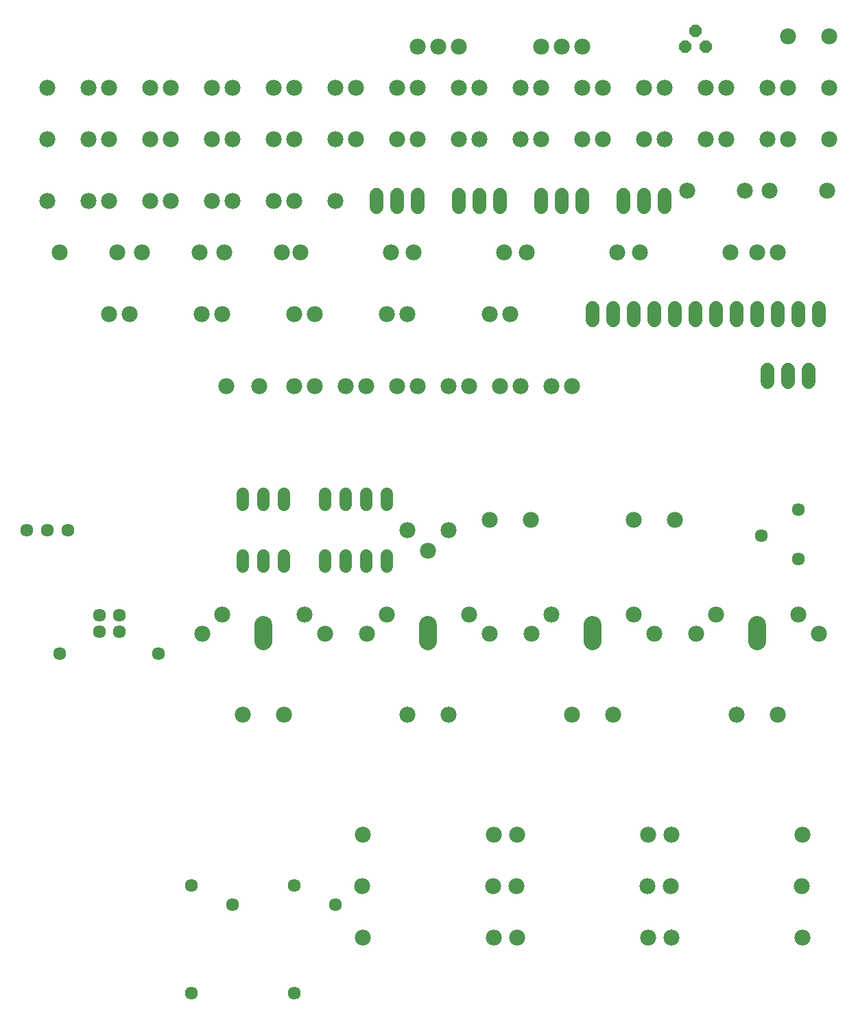
<source format=gbs>
G75*
%MOIN*%
%OFA0B0*%
%FSLAX25Y25*%
%IPPOS*%
%LPD*%
%AMOC8*
5,1,8,0,0,1.08239X$1,22.5*
%
%ADD10C,0.07800*%
%ADD11C,0.06343*%
%ADD12C,0.08600*%
%ADD13C,0.06800*%
%ADD14OC8,0.06000*%
%ADD15C,0.06000*%
D10*
X0173848Y0078126D03*
X0174045Y0103126D03*
X0237825Y0103126D03*
X0249045Y0103126D03*
X0248848Y0078126D03*
X0237628Y0078126D03*
X0237825Y0053126D03*
X0249045Y0053126D03*
X0312825Y0053126D03*
X0324045Y0053126D03*
X0323848Y0078126D03*
X0312628Y0078126D03*
X0312825Y0103126D03*
X0324045Y0103126D03*
X0387825Y0103126D03*
X0387628Y0078126D03*
X0387825Y0053126D03*
X0174045Y0053126D03*
X0195935Y0161315D03*
X0215935Y0161315D03*
X0275935Y0161315D03*
X0295935Y0161315D03*
X0355935Y0161315D03*
X0375935Y0161315D03*
X0395935Y0200528D03*
X0385935Y0210134D03*
X0345935Y0210134D03*
X0336329Y0200528D03*
X0315935Y0200528D03*
X0305935Y0210134D03*
X0265935Y0210134D03*
X0256329Y0200528D03*
X0235935Y0200528D03*
X0225935Y0210134D03*
X0185935Y0210134D03*
X0176329Y0200528D03*
X0155935Y0200528D03*
X0145935Y0210134D03*
X0105935Y0210134D03*
X0096329Y0200528D03*
X0115935Y0161315D03*
X0135935Y0161315D03*
X0205935Y0241000D03*
X0195935Y0251000D03*
X0215935Y0251000D03*
X0235935Y0256000D03*
X0255935Y0256000D03*
X0305935Y0256000D03*
X0325935Y0256000D03*
X0275935Y0321000D03*
X0265935Y0321000D03*
X0250935Y0321000D03*
X0240935Y0321000D03*
X0225935Y0321000D03*
X0215935Y0321000D03*
X0200935Y0321000D03*
X0190935Y0321000D03*
X0175935Y0321000D03*
X0165935Y0321000D03*
X0150935Y0321000D03*
X0140935Y0321000D03*
X0123935Y0321000D03*
X0107935Y0321000D03*
X0105935Y0356000D03*
X0095935Y0356000D03*
X0060935Y0356000D03*
X0050935Y0356000D03*
X0054935Y0386000D03*
X0066935Y0386000D03*
X0094935Y0386000D03*
X0106935Y0386000D03*
X0134935Y0386000D03*
X0143935Y0386000D03*
X0187935Y0386000D03*
X0198935Y0386000D03*
X0242935Y0386000D03*
X0253935Y0386000D03*
X0297935Y0386000D03*
X0308935Y0386000D03*
X0352935Y0386000D03*
X0365935Y0386000D03*
X0375935Y0386000D03*
X0371935Y0416000D03*
X0359935Y0416000D03*
X0331935Y0416000D03*
X0340935Y0441000D03*
X0350935Y0441000D03*
X0370935Y0441000D03*
X0380935Y0441000D03*
X0400935Y0441000D03*
X0400935Y0466000D03*
X0380935Y0466000D03*
X0370935Y0466000D03*
X0350935Y0466000D03*
X0340935Y0466000D03*
X0320935Y0466000D03*
X0310935Y0466000D03*
X0290935Y0466000D03*
X0280935Y0466000D03*
X0260935Y0466000D03*
X0250935Y0466000D03*
X0230935Y0466000D03*
X0220935Y0466000D03*
X0200935Y0466000D03*
X0190935Y0466000D03*
X0170935Y0466000D03*
X0160935Y0466000D03*
X0140935Y0466000D03*
X0130935Y0466000D03*
X0110935Y0466000D03*
X0100935Y0466000D03*
X0080935Y0466000D03*
X0070935Y0466000D03*
X0050935Y0466000D03*
X0040935Y0466000D03*
X0020935Y0466000D03*
X0020935Y0441000D03*
X0040935Y0441000D03*
X0050935Y0441000D03*
X0070935Y0441000D03*
X0080935Y0441000D03*
X0100935Y0441000D03*
X0110935Y0441000D03*
X0130935Y0441000D03*
X0140935Y0441000D03*
X0160935Y0441000D03*
X0170935Y0441000D03*
X0190935Y0441000D03*
X0200935Y0441000D03*
X0220935Y0441000D03*
X0230935Y0441000D03*
X0250935Y0441000D03*
X0260935Y0441000D03*
X0280935Y0441000D03*
X0290935Y0441000D03*
X0310935Y0441000D03*
X0320935Y0441000D03*
X0399935Y0416000D03*
X0280935Y0486000D03*
X0270935Y0486000D03*
X0260935Y0486000D03*
X0220935Y0486000D03*
X0210935Y0486000D03*
X0200935Y0486000D03*
X0160935Y0411000D03*
X0140935Y0411000D03*
X0130935Y0411000D03*
X0110935Y0411000D03*
X0100935Y0411000D03*
X0080935Y0411000D03*
X0070935Y0411000D03*
X0050935Y0411000D03*
X0040935Y0411000D03*
X0020935Y0411000D03*
X0026935Y0386000D03*
X0140935Y0356000D03*
X0150935Y0356000D03*
X0185935Y0356000D03*
X0195935Y0356000D03*
X0235935Y0356000D03*
X0245935Y0356000D03*
X0380935Y0491000D03*
X0400935Y0491000D03*
D11*
X0090935Y0026000D03*
X0140935Y0026000D03*
X0160935Y0069000D03*
X0140935Y0078400D03*
X0110935Y0069000D03*
X0090935Y0078400D03*
X0074935Y0191000D03*
X0055856Y0201669D03*
X0055856Y0209543D03*
X0046014Y0209543D03*
X0046014Y0201669D03*
X0026935Y0191000D03*
X0030935Y0251000D03*
X0020935Y0251000D03*
X0010935Y0251000D03*
X0367825Y0248236D03*
X0385935Y0237000D03*
X0385935Y0261000D03*
D12*
X0365935Y0204821D02*
X0365935Y0197021D01*
X0285935Y0197021D02*
X0285935Y0204821D01*
X0205935Y0204821D02*
X0205935Y0197021D01*
X0125935Y0197021D02*
X0125935Y0204821D01*
D13*
X0370935Y0323000D02*
X0370935Y0329000D01*
X0380935Y0329000D02*
X0380935Y0323000D01*
X0390935Y0323000D02*
X0390935Y0329000D01*
X0385935Y0353000D02*
X0385935Y0359000D01*
X0375935Y0359000D02*
X0375935Y0353000D01*
X0365935Y0353000D02*
X0365935Y0359000D01*
X0355935Y0359000D02*
X0355935Y0353000D01*
X0345935Y0353000D02*
X0345935Y0359000D01*
X0335935Y0359000D02*
X0335935Y0353000D01*
X0325935Y0353000D02*
X0325935Y0359000D01*
X0315935Y0359000D02*
X0315935Y0353000D01*
X0305935Y0353000D02*
X0305935Y0359000D01*
X0295935Y0359000D02*
X0295935Y0353000D01*
X0285935Y0353000D02*
X0285935Y0359000D01*
X0280935Y0408000D02*
X0280935Y0414000D01*
X0270935Y0414000D02*
X0270935Y0408000D01*
X0260935Y0408000D02*
X0260935Y0414000D01*
X0240935Y0414000D02*
X0240935Y0408000D01*
X0230935Y0408000D02*
X0230935Y0414000D01*
X0220935Y0414000D02*
X0220935Y0408000D01*
X0200935Y0408000D02*
X0200935Y0414000D01*
X0190935Y0414000D02*
X0190935Y0408000D01*
X0180935Y0408000D02*
X0180935Y0414000D01*
X0300935Y0414000D02*
X0300935Y0408000D01*
X0310935Y0408000D02*
X0310935Y0414000D01*
X0320935Y0414000D02*
X0320935Y0408000D01*
X0395935Y0359000D02*
X0395935Y0353000D01*
D14*
X0340935Y0486000D03*
X0330935Y0486000D03*
X0335935Y0493500D03*
D15*
X0185935Y0268600D02*
X0185935Y0263400D01*
X0175935Y0263400D02*
X0175935Y0268600D01*
X0165935Y0268600D02*
X0165935Y0263400D01*
X0155935Y0263400D02*
X0155935Y0268600D01*
X0135935Y0268600D02*
X0135935Y0263400D01*
X0125935Y0263400D02*
X0125935Y0268600D01*
X0115935Y0268600D02*
X0115935Y0263400D01*
X0115935Y0238600D02*
X0115935Y0233400D01*
X0125935Y0233400D02*
X0125935Y0238600D01*
X0135935Y0238600D02*
X0135935Y0233400D01*
X0155935Y0233400D02*
X0155935Y0238600D01*
X0165935Y0238600D02*
X0165935Y0233400D01*
X0175935Y0233400D02*
X0175935Y0238600D01*
X0185935Y0238600D02*
X0185935Y0233400D01*
M02*

</source>
